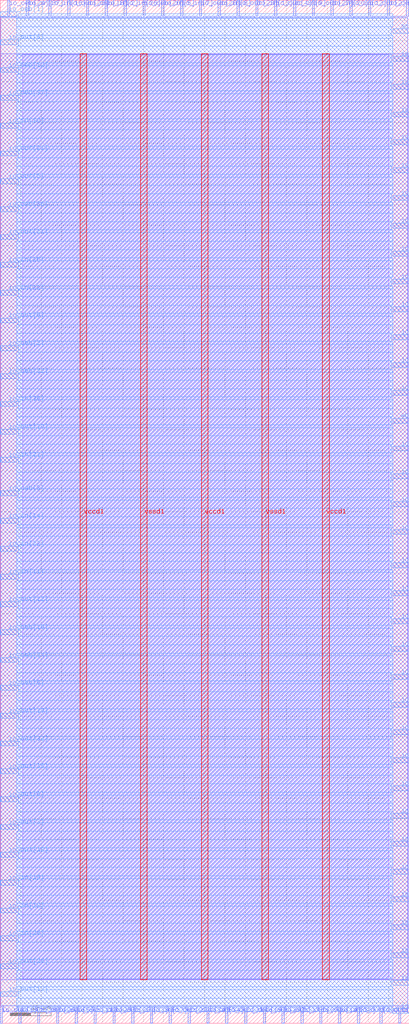
<source format=lef>
VERSION 5.7 ;
  NOWIREEXTENSIONATPIN ON ;
  DIVIDERCHAR "/" ;
  BUSBITCHARS "[]" ;
MACRO wrapped_ppm_decoder
  CLASS BLOCK ;
  FOREIGN wrapped_ppm_decoder ;
  ORIGIN 0.000 0.000 ;
  SIZE 100.000 BY 250.000 ;
  PIN active
    DIRECTION INPUT ;
    USE SIGNAL ;
    PORT
      LAYER met3 ;
        RECT 96.000 241.820 100.000 243.020 ;
    END
  END active
  PIN io_in[0]
    DIRECTION INPUT ;
    USE SIGNAL ;
    PORT
      LAYER met3 ;
        RECT 96.000 97.660 100.000 98.860 ;
    END
  END io_in[0]
  PIN io_in[10]
    DIRECTION INPUT ;
    USE SIGNAL ;
    PORT
      LAYER met3 ;
        RECT 0.000 218.700 4.000 219.900 ;
    END
  END io_in[10]
  PIN io_in[11]
    DIRECTION INPUT ;
    USE SIGNAL ;
    PORT
      LAYER met3 ;
        RECT 0.000 108.540 4.000 109.740 ;
    END
  END io_in[11]
  PIN io_in[12]
    DIRECTION INPUT ;
    USE SIGNAL ;
    PORT
      LAYER met2 ;
        RECT 85.510 246.000 86.070 250.000 ;
    END
  END io_in[12]
  PIN io_in[13]
    DIRECTION INPUT ;
    USE SIGNAL ;
    PORT
      LAYER met2 ;
        RECT 62.510 246.000 63.070 250.000 ;
    END
  END io_in[13]
  PIN io_in[14]
    DIRECTION INPUT ;
    USE SIGNAL ;
    PORT
      LAYER met3 ;
        RECT 0.000 122.140 4.000 123.340 ;
    END
  END io_in[14]
  PIN io_in[15]
    DIRECTION INPUT ;
    USE SIGNAL ;
    PORT
      LAYER met3 ;
        RECT 0.000 33.740 4.000 34.940 ;
    END
  END io_in[15]
  PIN io_in[16]
    DIRECTION INPUT ;
    USE SIGNAL ;
    PORT
      LAYER met2 ;
        RECT 11.910 246.000 12.470 250.000 ;
    END
  END io_in[16]
  PIN io_in[17]
    DIRECTION INPUT ;
    USE SIGNAL ;
    PORT
      LAYER met2 ;
        RECT 36.750 0.000 37.310 4.000 ;
    END
  END io_in[17]
  PIN io_in[18]
    DIRECTION INPUT ;
    USE SIGNAL ;
    PORT
      LAYER met3 ;
        RECT 0.000 26.940 4.000 28.140 ;
    END
  END io_in[18]
  PIN io_in[19]
    DIRECTION INPUT ;
    USE SIGNAL ;
    PORT
      LAYER met3 ;
        RECT 96.000 228.220 100.000 229.420 ;
    END
  END io_in[19]
  PIN io_in[1]
    DIRECTION INPUT ;
    USE SIGNAL ;
    PORT
      LAYER met3 ;
        RECT 96.000 56.860 100.000 58.060 ;
    END
  END io_in[1]
  PIN io_in[20]
    DIRECTION INPUT ;
    USE SIGNAL ;
    PORT
      LAYER met2 ;
        RECT 80.910 246.000 81.470 250.000 ;
    END
  END io_in[20]
  PIN io_in[21]
    DIRECTION INPUT ;
    USE SIGNAL ;
    PORT
      LAYER met3 ;
        RECT 0.000 137.100 4.000 138.300 ;
    END
  END io_in[21]
  PIN io_in[22]
    DIRECTION INPUT ;
    USE SIGNAL ;
    PORT
      LAYER met3 ;
        RECT 0.000 177.900 4.000 179.100 ;
    END
  END io_in[22]
  PIN io_in[23]
    DIRECTION INPUT ;
    USE SIGNAL ;
    PORT
      LAYER met3 ;
        RECT 96.000 139.820 100.000 141.020 ;
    END
  END io_in[23]
  PIN io_in[24]
    DIRECTION INPUT ;
    USE SIGNAL ;
    PORT
      LAYER met3 ;
        RECT 0.000 20.140 4.000 21.340 ;
    END
  END io_in[24]
  PIN io_in[25]
    DIRECTION INPUT ;
    USE SIGNAL ;
    PORT
      LAYER met3 ;
        RECT 0.000 184.700 4.000 185.900 ;
    END
  END io_in[25]
  PIN io_in[26]
    DIRECTION INPUT ;
    USE SIGNAL ;
    PORT
      LAYER met2 ;
        RECT 30.310 246.000 30.870 250.000 ;
    END
  END io_in[26]
  PIN io_in[27]
    DIRECTION INPUT ;
    USE SIGNAL ;
    PORT
      LAYER met3 ;
        RECT 96.000 235.020 100.000 236.220 ;
    END
  END io_in[27]
  PIN io_in[28]
    DIRECTION INPUT ;
    USE SIGNAL ;
    PORT
      LAYER met3 ;
        RECT 96.000 43.260 100.000 44.460 ;
    END
  END io_in[28]
  PIN io_in[29]
    DIRECTION INPUT ;
    USE SIGNAL ;
    PORT
      LAYER met3 ;
        RECT 96.000 111.260 100.000 112.460 ;
    END
  END io_in[29]
  PIN io_in[2]
    DIRECTION INPUT ;
    USE SIGNAL ;
    PORT
      LAYER met2 ;
        RECT 25.710 246.000 26.270 250.000 ;
    END
  END io_in[2]
  PIN io_in[30]
    DIRECTION INPUT ;
    USE SIGNAL ;
    PORT
      LAYER met2 ;
        RECT 82.750 0.000 83.310 4.000 ;
    END
  END io_in[30]
  PIN io_in[31]
    DIRECTION INPUT ;
    USE SIGNAL ;
    PORT
      LAYER met3 ;
        RECT 96.000 153.420 100.000 154.620 ;
    END
  END io_in[31]
  PIN io_in[32]
    DIRECTION INPUT ;
    USE SIGNAL ;
    PORT
      LAYER met3 ;
        RECT 0.000 115.340 4.000 116.540 ;
    END
  END io_in[32]
  PIN io_in[33]
    DIRECTION INPUT ;
    USE SIGNAL ;
    PORT
      LAYER met2 ;
        RECT 32.150 0.000 32.710 4.000 ;
    END
  END io_in[33]
  PIN io_in[34]
    DIRECTION INPUT ;
    USE SIGNAL ;
    PORT
      LAYER met2 ;
        RECT 50.550 0.000 51.110 4.000 ;
    END
  END io_in[34]
  PIN io_in[35]
    DIRECTION INPUT ;
    USE SIGNAL ;
    PORT
      LAYER met3 ;
        RECT 96.000 70.460 100.000 71.660 ;
    END
  END io_in[35]
  PIN io_in[36]
    DIRECTION INPUT ;
    USE SIGNAL ;
    PORT
      LAYER met3 ;
        RECT 0.000 150.700 4.000 151.900 ;
    END
  END io_in[36]
  PIN io_in[37]
    DIRECTION INPUT ;
    USE SIGNAL ;
    PORT
      LAYER met2 ;
        RECT 6.390 246.000 6.950 250.000 ;
    END
  END io_in[37]
  PIN io_in[3]
    DIRECTION INPUT ;
    USE SIGNAL ;
    PORT
      LAYER met3 ;
        RECT 96.000 119.420 100.000 120.620 ;
    END
  END io_in[3]
  PIN io_in[4]
    DIRECTION INPUT ;
    USE SIGNAL ;
    PORT
      LAYER met3 ;
        RECT 96.000 160.220 100.000 161.420 ;
    END
  END io_in[4]
  PIN io_in[5]
    DIRECTION INPUT ;
    USE SIGNAL ;
    PORT
      LAYER met2 ;
        RECT 39.510 246.000 40.070 250.000 ;
    END
  END io_in[5]
  PIN io_in[6]
    DIRECTION INPUT ;
    USE SIGNAL ;
    PORT
      LAYER met3 ;
        RECT 96.000 133.020 100.000 134.220 ;
    END
  END io_in[6]
  PIN io_in[7]
    DIRECTION INPUT ;
    USE SIGNAL ;
    PORT
      LAYER met2 ;
        RECT 44.110 246.000 44.670 250.000 ;
    END
  END io_in[7]
  PIN io_in[8]
    DIRECTION INPUT ;
    USE SIGNAL ;
    PORT
      LAYER met2 ;
        RECT 53.310 246.000 53.870 250.000 ;
    END
  END io_in[8]
  PIN io_in[9]
    DIRECTION INPUT ;
    USE SIGNAL ;
    PORT
      LAYER met2 ;
        RECT 71.710 246.000 72.270 250.000 ;
    END
  END io_in[9]
  PIN io_oeb[0]
    DIRECTION OUTPUT TRISTATE ;
    USE SIGNAL ;
    PORT
      LAYER met2 ;
        RECT 99.310 246.000 99.870 250.000 ;
    END
  END io_oeb[0]
  PIN io_oeb[10]
    DIRECTION OUTPUT TRISTATE ;
    USE SIGNAL ;
    PORT
      LAYER met3 ;
        RECT 96.000 214.620 100.000 215.820 ;
    END
  END io_oeb[10]
  PIN io_oeb[11]
    DIRECTION OUTPUT TRISTATE ;
    USE SIGNAL ;
    PORT
      LAYER met2 ;
        RECT 18.350 0.000 18.910 4.000 ;
    END
  END io_oeb[11]
  PIN io_oeb[12]
    DIRECTION OUTPUT TRISTATE ;
    USE SIGNAL ;
    PORT
      LAYER met3 ;
        RECT 0.000 232.300 4.000 233.500 ;
    END
  END io_oeb[12]
  PIN io_oeb[13]
    DIRECTION OUTPUT TRISTATE ;
    USE SIGNAL ;
    PORT
      LAYER met2 ;
        RECT 59.750 0.000 60.310 4.000 ;
    END
  END io_oeb[13]
  PIN io_oeb[14]
    DIRECTION OUTPUT TRISTATE ;
    USE SIGNAL ;
    PORT
      LAYER met2 ;
        RECT 78.150 0.000 78.710 4.000 ;
    END
  END io_oeb[14]
  PIN io_oeb[15]
    DIRECTION OUTPUT TRISTATE ;
    USE SIGNAL ;
    PORT
      LAYER met3 ;
        RECT 96.000 221.420 100.000 222.620 ;
    END
  END io_oeb[15]
  PIN io_oeb[16]
    DIRECTION OUTPUT TRISTATE ;
    USE SIGNAL ;
    PORT
      LAYER met3 ;
        RECT 96.000 29.660 100.000 30.860 ;
    END
  END io_oeb[16]
  PIN io_oeb[17]
    DIRECTION OUTPUT TRISTATE ;
    USE SIGNAL ;
    PORT
      LAYER met3 ;
        RECT 96.000 180.620 100.000 181.820 ;
    END
  END io_oeb[17]
  PIN io_oeb[18]
    DIRECTION OUTPUT TRISTATE ;
    USE SIGNAL ;
    PORT
      LAYER met2 ;
        RECT 21.110 246.000 21.670 250.000 ;
    END
  END io_oeb[18]
  PIN io_oeb[19]
    DIRECTION OUTPUT TRISTATE ;
    USE SIGNAL ;
    PORT
      LAYER met3 ;
        RECT 0.000 94.940 4.000 96.140 ;
    END
  END io_oeb[19]
  PIN io_oeb[1]
    DIRECTION OUTPUT TRISTATE ;
    USE SIGNAL ;
    PORT
      LAYER met3 ;
        RECT 0.000 245.900 4.000 247.100 ;
    END
  END io_oeb[1]
  PIN io_oeb[20]
    DIRECTION OUTPUT TRISTATE ;
    USE SIGNAL ;
    PORT
      LAYER met2 ;
        RECT 34.910 246.000 35.470 250.000 ;
    END
  END io_oeb[20]
  PIN io_oeb[21]
    DIRECTION OUTPUT TRISTATE ;
    USE SIGNAL ;
    PORT
      LAYER met3 ;
        RECT 96.000 9.260 100.000 10.460 ;
    END
  END io_oeb[21]
  PIN io_oeb[22]
    DIRECTION OUTPUT TRISTATE ;
    USE SIGNAL ;
    PORT
      LAYER met2 ;
        RECT 41.350 0.000 41.910 4.000 ;
    END
  END io_oeb[22]
  PIN io_oeb[23]
    DIRECTION OUTPUT TRISTATE ;
    USE SIGNAL ;
    PORT
      LAYER met3 ;
        RECT 96.000 104.460 100.000 105.660 ;
    END
  END io_oeb[23]
  PIN io_oeb[24]
    DIRECTION OUTPUT TRISTATE ;
    USE SIGNAL ;
    PORT
      LAYER met2 ;
        RECT 1.790 246.000 2.350 250.000 ;
    END
  END io_oeb[24]
  PIN io_oeb[25]
    DIRECTION OUTPUT TRISTATE ;
    USE SIGNAL ;
    PORT
      LAYER met3 ;
        RECT 96.000 187.420 100.000 188.620 ;
    END
  END io_oeb[25]
  PIN io_oeb[26]
    DIRECTION OUTPUT TRISTATE ;
    USE SIGNAL ;
    PORT
      LAYER met2 ;
        RECT 9.150 0.000 9.710 4.000 ;
    END
  END io_oeb[26]
  PIN io_oeb[27]
    DIRECTION OUTPUT TRISTATE ;
    USE SIGNAL ;
    PORT
      LAYER met3 ;
        RECT 96.000 36.460 100.000 37.660 ;
    END
  END io_oeb[27]
  PIN io_oeb[28]
    DIRECTION OUTPUT TRISTATE ;
    USE SIGNAL ;
    PORT
      LAYER met3 ;
        RECT 96.000 90.860 100.000 92.060 ;
    END
  END io_oeb[28]
  PIN io_oeb[29]
    DIRECTION OUTPUT TRISTATE ;
    USE SIGNAL ;
    PORT
      LAYER met2 ;
        RECT 94.710 246.000 95.270 250.000 ;
    END
  END io_oeb[29]
  PIN io_oeb[2]
    DIRECTION OUTPUT TRISTATE ;
    USE SIGNAL ;
    PORT
      LAYER met3 ;
        RECT 0.000 164.300 4.000 165.500 ;
    END
  END io_oeb[2]
  PIN io_oeb[30]
    DIRECTION OUTPUT TRISTATE ;
    USE SIGNAL ;
    PORT
      LAYER met3 ;
        RECT 96.000 16.060 100.000 17.260 ;
    END
  END io_oeb[30]
  PIN io_oeb[31]
    DIRECTION OUTPUT TRISTATE ;
    USE SIGNAL ;
    PORT
      LAYER met2 ;
        RECT 55.150 0.000 55.710 4.000 ;
    END
  END io_oeb[31]
  PIN io_oeb[32]
    DIRECTION OUTPUT TRISTATE ;
    USE SIGNAL ;
    PORT
      LAYER met3 ;
        RECT 0.000 157.500 4.000 158.700 ;
    END
  END io_oeb[32]
  PIN io_oeb[33]
    DIRECTION OUTPUT TRISTATE ;
    USE SIGNAL ;
    PORT
      LAYER met3 ;
        RECT 96.000 201.020 100.000 202.220 ;
    END
  END io_oeb[33]
  PIN io_oeb[34]
    DIRECTION OUTPUT TRISTATE ;
    USE SIGNAL ;
    PORT
      LAYER met3 ;
        RECT 0.000 88.140 4.000 89.340 ;
    END
  END io_oeb[34]
  PIN io_oeb[35]
    DIRECTION OUTPUT TRISTATE ;
    USE SIGNAL ;
    PORT
      LAYER met3 ;
        RECT 96.000 63.660 100.000 64.860 ;
    END
  END io_oeb[35]
  PIN io_oeb[36]
    DIRECTION OUTPUT TRISTATE ;
    USE SIGNAL ;
    PORT
      LAYER met3 ;
        RECT 0.000 198.300 4.000 199.500 ;
    END
  END io_oeb[36]
  PIN io_oeb[37]
    DIRECTION OUTPUT TRISTATE ;
    USE SIGNAL ;
    PORT
      LAYER met3 ;
        RECT 0.000 225.500 4.000 226.700 ;
    END
  END io_oeb[37]
  PIN io_oeb[3]
    DIRECTION OUTPUT TRISTATE ;
    USE SIGNAL ;
    PORT
      LAYER met3 ;
        RECT 0.000 128.940 4.000 130.140 ;
    END
  END io_oeb[3]
  PIN io_oeb[4]
    DIRECTION OUTPUT TRISTATE ;
    USE SIGNAL ;
    PORT
      LAYER met2 ;
        RECT 97.470 0.000 98.030 4.000 ;
    END
  END io_oeb[4]
  PIN io_oeb[5]
    DIRECTION OUTPUT TRISTATE ;
    USE SIGNAL ;
    PORT
      LAYER met2 ;
        RECT 13.750 0.000 14.310 4.000 ;
    END
  END io_oeb[5]
  PIN io_oeb[6]
    DIRECTION OUTPUT TRISTATE ;
    USE SIGNAL ;
    PORT
      LAYER met3 ;
        RECT 0.000 81.340 4.000 82.540 ;
    END
  END io_oeb[6]
  PIN io_oeb[7]
    DIRECTION OUTPUT TRISTATE ;
    USE SIGNAL ;
    PORT
      LAYER met3 ;
        RECT 96.000 50.060 100.000 51.260 ;
    END
  END io_oeb[7]
  PIN io_oeb[8]
    DIRECTION OUTPUT TRISTATE ;
    USE SIGNAL ;
    PORT
      LAYER met3 ;
        RECT 96.000 167.020 100.000 168.220 ;
    END
  END io_oeb[8]
  PIN io_oeb[9]
    DIRECTION OUTPUT TRISTATE ;
    USE SIGNAL ;
    PORT
      LAYER met3 ;
        RECT 96.000 126.220 100.000 127.420 ;
    END
  END io_oeb[9]
  PIN io_out[0]
    DIRECTION OUTPUT TRISTATE ;
    USE SIGNAL ;
    PORT
      LAYER met3 ;
        RECT 96.000 2.460 100.000 3.660 ;
    END
  END io_out[0]
  PIN io_out[10]
    DIRECTION OUTPUT TRISTATE ;
    USE SIGNAL ;
    PORT
      LAYER met3 ;
        RECT 0.000 143.900 4.000 145.100 ;
    END
  END io_out[10]
  PIN io_out[11]
    DIRECTION OUTPUT TRISTATE ;
    USE SIGNAL ;
    PORT
      LAYER met3 ;
        RECT 96.000 84.060 100.000 85.260 ;
    END
  END io_out[11]
  PIN io_out[12]
    DIRECTION OUTPUT TRISTATE ;
    USE SIGNAL ;
    PORT
      LAYER met3 ;
        RECT 0.000 101.740 4.000 102.940 ;
    END
  END io_out[12]
  PIN io_out[13]
    DIRECTION OUTPUT TRISTATE ;
    USE SIGNAL ;
    PORT
      LAYER met3 ;
        RECT 0.000 6.540 4.000 7.740 ;
    END
  END io_out[13]
  PIN io_out[14]
    DIRECTION OUTPUT TRISTATE ;
    USE SIGNAL ;
    PORT
      LAYER met3 ;
        RECT 96.000 194.220 100.000 195.420 ;
    END
  END io_out[14]
  PIN io_out[15]
    DIRECTION OUTPUT TRISTATE ;
    USE SIGNAL ;
    PORT
      LAYER met3 ;
        RECT 96.000 22.860 100.000 24.060 ;
    END
  END io_out[15]
  PIN io_out[16]
    DIRECTION OUTPUT TRISTATE ;
    USE SIGNAL ;
    PORT
      LAYER met3 ;
        RECT 96.000 207.820 100.000 209.020 ;
    END
  END io_out[16]
  PIN io_out[17]
    DIRECTION OUTPUT TRISTATE ;
    USE SIGNAL ;
    PORT
      LAYER met2 ;
        RECT 68.950 0.000 69.510 4.000 ;
    END
  END io_out[17]
  PIN io_out[18]
    DIRECTION OUTPUT TRISTATE ;
    USE SIGNAL ;
    PORT
      LAYER met3 ;
        RECT 0.000 40.540 4.000 41.740 ;
    END
  END io_out[18]
  PIN io_out[19]
    DIRECTION OUTPUT TRISTATE ;
    USE SIGNAL ;
    PORT
      LAYER met3 ;
        RECT 0.000 74.540 4.000 75.740 ;
    END
  END io_out[19]
  PIN io_out[1]
    DIRECTION OUTPUT TRISTATE ;
    USE SIGNAL ;
    PORT
      LAYER met2 ;
        RECT -0.050 0.000 0.510 4.000 ;
    END
  END io_out[1]
  PIN io_out[20]
    DIRECTION OUTPUT TRISTATE ;
    USE SIGNAL ;
    PORT
      LAYER met2 ;
        RECT 87.350 0.000 87.910 4.000 ;
    END
  END io_out[20]
  PIN io_out[21]
    DIRECTION OUTPUT TRISTATE ;
    USE SIGNAL ;
    PORT
      LAYER met3 ;
        RECT 0.000 211.900 4.000 213.100 ;
    END
  END io_out[21]
  PIN io_out[22]
    DIRECTION OUTPUT TRISTATE ;
    USE SIGNAL ;
    PORT
      LAYER met2 ;
        RECT 16.510 246.000 17.070 250.000 ;
    END
  END io_out[22]
  PIN io_out[23]
    DIRECTION OUTPUT TRISTATE ;
    USE SIGNAL ;
    PORT
      LAYER met2 ;
        RECT 57.910 246.000 58.470 250.000 ;
    END
  END io_out[23]
  PIN io_out[24]
    DIRECTION OUTPUT TRISTATE ;
    USE SIGNAL ;
    PORT
      LAYER met3 ;
        RECT 0.000 13.340 4.000 14.540 ;
    END
  END io_out[24]
  PIN io_out[25]
    DIRECTION OUTPUT TRISTATE ;
    USE SIGNAL ;
    PORT
      LAYER met2 ;
        RECT 22.950 0.000 23.510 4.000 ;
    END
  END io_out[25]
  PIN io_out[26]
    DIRECTION OUTPUT TRISTATE ;
    USE SIGNAL ;
    PORT
      LAYER met2 ;
        RECT 4.550 0.000 5.110 4.000 ;
    END
  END io_out[26]
  PIN io_out[27]
    DIRECTION OUTPUT TRISTATE ;
    USE SIGNAL ;
    PORT
      LAYER met2 ;
        RECT 76.310 246.000 76.870 250.000 ;
    END
  END io_out[27]
  PIN io_out[28]
    DIRECTION OUTPUT TRISTATE ;
    USE SIGNAL ;
    PORT
      LAYER met2 ;
        RECT 48.710 246.000 49.270 250.000 ;
    END
  END io_out[28]
  PIN io_out[29]
    DIRECTION OUTPUT TRISTATE ;
    USE SIGNAL ;
    PORT
      LAYER met2 ;
        RECT 64.350 0.000 64.910 4.000 ;
    END
  END io_out[29]
  PIN io_out[2]
    DIRECTION OUTPUT TRISTATE ;
    USE SIGNAL ;
    PORT
      LAYER met2 ;
        RECT 90.110 246.000 90.670 250.000 ;
    END
  END io_out[2]
  PIN io_out[30]
    DIRECTION OUTPUT TRISTATE ;
    USE SIGNAL ;
    PORT
      LAYER met3 ;
        RECT 96.000 77.260 100.000 78.460 ;
    END
  END io_out[30]
  PIN io_out[31]
    DIRECTION OUTPUT TRISTATE ;
    USE SIGNAL ;
    PORT
      LAYER met3 ;
        RECT 0.000 191.500 4.000 192.700 ;
    END
  END io_out[31]
  PIN io_out[32]
    DIRECTION OUTPUT TRISTATE ;
    USE SIGNAL ;
    PORT
      LAYER met3 ;
        RECT 0.000 67.740 4.000 68.940 ;
    END
  END io_out[32]
  PIN io_out[33]
    DIRECTION OUTPUT TRISTATE ;
    USE SIGNAL ;
    PORT
      LAYER met2 ;
        RECT 27.550 0.000 28.110 4.000 ;
    END
  END io_out[33]
  PIN io_out[34]
    DIRECTION OUTPUT TRISTATE ;
    USE SIGNAL ;
    PORT
      LAYER met2 ;
        RECT 45.950 0.000 46.510 4.000 ;
    END
  END io_out[34]
  PIN io_out[35]
    DIRECTION OUTPUT TRISTATE ;
    USE SIGNAL ;
    PORT
      LAYER met3 ;
        RECT 0.000 60.940 4.000 62.140 ;
    END
  END io_out[35]
  PIN io_out[36]
    DIRECTION OUTPUT TRISTATE ;
    USE SIGNAL ;
    PORT
      LAYER met3 ;
        RECT 96.000 173.820 100.000 175.020 ;
    END
  END io_out[36]
  PIN io_out[37]
    DIRECTION OUTPUT TRISTATE ;
    USE SIGNAL ;
    PORT
      LAYER met2 ;
        RECT 73.550 0.000 74.110 4.000 ;
    END
  END io_out[37]
  PIN io_out[3]
    DIRECTION OUTPUT TRISTATE ;
    USE SIGNAL ;
    PORT
      LAYER met3 ;
        RECT 0.000 47.340 4.000 48.540 ;
    END
  END io_out[3]
  PIN io_out[4]
    DIRECTION OUTPUT TRISTATE ;
    USE SIGNAL ;
    PORT
      LAYER met2 ;
        RECT 67.110 246.000 67.670 250.000 ;
    END
  END io_out[4]
  PIN io_out[5]
    DIRECTION OUTPUT TRISTATE ;
    USE SIGNAL ;
    PORT
      LAYER met3 ;
        RECT 0.000 205.100 4.000 206.300 ;
    END
  END io_out[5]
  PIN io_out[6]
    DIRECTION OUTPUT TRISTATE ;
    USE SIGNAL ;
    PORT
      LAYER met3 ;
        RECT 0.000 239.100 4.000 240.300 ;
    END
  END io_out[6]
  PIN io_out[7]
    DIRECTION OUTPUT TRISTATE ;
    USE SIGNAL ;
    PORT
      LAYER met2 ;
        RECT 92.870 0.000 93.430 4.000 ;
    END
  END io_out[7]
  PIN io_out[8]
    DIRECTION OUTPUT TRISTATE ;
    USE SIGNAL ;
    PORT
      LAYER met3 ;
        RECT 0.000 54.140 4.000 55.340 ;
    END
  END io_out[8]
  PIN io_out[9]
    DIRECTION OUTPUT TRISTATE ;
    USE SIGNAL ;
    PORT
      LAYER met3 ;
        RECT 0.000 171.100 4.000 172.300 ;
    END
  END io_out[9]
  PIN vccd1
    DIRECTION INPUT ;
    USE POWER ;
    PORT
      LAYER met4 ;
        RECT 19.545 10.640 21.145 236.880 ;
    END
    PORT
      LAYER met4 ;
        RECT 49.195 10.640 50.795 236.880 ;
    END
    PORT
      LAYER met4 ;
        RECT 78.850 10.640 80.450 236.880 ;
    END
  END vccd1
  PIN vssd1
    DIRECTION INPUT ;
    USE GROUND ;
    PORT
      LAYER met4 ;
        RECT 34.370 10.640 35.970 236.880 ;
    END
    PORT
      LAYER met4 ;
        RECT 64.025 10.640 65.625 236.880 ;
    END
  END vssd1
  PIN wb_clk_i
    DIRECTION INPUT ;
    USE SIGNAL ;
    PORT
      LAYER met3 ;
        RECT 96.000 146.620 100.000 147.820 ;
    END
  END wb_clk_i
  OBS
      LAYER li1 ;
        RECT 5.520 10.795 95.075 236.725 ;
      LAYER met1 ;
        RECT 0.070 10.640 99.750 236.880 ;
      LAYER met2 ;
        RECT 0.100 245.720 1.510 246.005 ;
        RECT 2.630 245.720 6.110 246.005 ;
        RECT 7.230 245.720 11.630 246.005 ;
        RECT 12.750 245.720 16.230 246.005 ;
        RECT 17.350 245.720 20.830 246.005 ;
        RECT 21.950 245.720 25.430 246.005 ;
        RECT 26.550 245.720 30.030 246.005 ;
        RECT 31.150 245.720 34.630 246.005 ;
        RECT 35.750 245.720 39.230 246.005 ;
        RECT 40.350 245.720 43.830 246.005 ;
        RECT 44.950 245.720 48.430 246.005 ;
        RECT 49.550 245.720 53.030 246.005 ;
        RECT 54.150 245.720 57.630 246.005 ;
        RECT 58.750 245.720 62.230 246.005 ;
        RECT 63.350 245.720 66.830 246.005 ;
        RECT 67.950 245.720 71.430 246.005 ;
        RECT 72.550 245.720 76.030 246.005 ;
        RECT 77.150 245.720 80.630 246.005 ;
        RECT 81.750 245.720 85.230 246.005 ;
        RECT 86.350 245.720 89.830 246.005 ;
        RECT 90.950 245.720 94.430 246.005 ;
        RECT 95.550 245.720 99.030 246.005 ;
        RECT 0.100 4.280 99.720 245.720 ;
        RECT 0.790 2.875 4.270 4.280 ;
        RECT 5.390 2.875 8.870 4.280 ;
        RECT 9.990 2.875 13.470 4.280 ;
        RECT 14.590 2.875 18.070 4.280 ;
        RECT 19.190 2.875 22.670 4.280 ;
        RECT 23.790 2.875 27.270 4.280 ;
        RECT 28.390 2.875 31.870 4.280 ;
        RECT 32.990 2.875 36.470 4.280 ;
        RECT 37.590 2.875 41.070 4.280 ;
        RECT 42.190 2.875 45.670 4.280 ;
        RECT 46.790 2.875 50.270 4.280 ;
        RECT 51.390 2.875 54.870 4.280 ;
        RECT 55.990 2.875 59.470 4.280 ;
        RECT 60.590 2.875 64.070 4.280 ;
        RECT 65.190 2.875 68.670 4.280 ;
        RECT 69.790 2.875 73.270 4.280 ;
        RECT 74.390 2.875 77.870 4.280 ;
        RECT 78.990 2.875 82.470 4.280 ;
        RECT 83.590 2.875 87.070 4.280 ;
        RECT 88.190 2.875 92.590 4.280 ;
        RECT 93.710 2.875 97.190 4.280 ;
        RECT 98.310 2.875 99.720 4.280 ;
      LAYER met3 ;
        RECT 4.400 245.500 96.000 246.650 ;
        RECT 4.000 243.420 96.000 245.500 ;
        RECT 4.000 241.420 95.600 243.420 ;
        RECT 4.000 240.700 96.000 241.420 ;
        RECT 4.400 238.700 96.000 240.700 ;
        RECT 4.000 236.620 96.000 238.700 ;
        RECT 4.000 234.620 95.600 236.620 ;
        RECT 4.000 233.900 96.000 234.620 ;
        RECT 4.400 231.900 96.000 233.900 ;
        RECT 4.000 229.820 96.000 231.900 ;
        RECT 4.000 227.820 95.600 229.820 ;
        RECT 4.000 227.100 96.000 227.820 ;
        RECT 4.400 225.100 96.000 227.100 ;
        RECT 4.000 223.020 96.000 225.100 ;
        RECT 4.000 221.020 95.600 223.020 ;
        RECT 4.000 220.300 96.000 221.020 ;
        RECT 4.400 218.300 96.000 220.300 ;
        RECT 4.000 216.220 96.000 218.300 ;
        RECT 4.000 214.220 95.600 216.220 ;
        RECT 4.000 213.500 96.000 214.220 ;
        RECT 4.400 211.500 96.000 213.500 ;
        RECT 4.000 209.420 96.000 211.500 ;
        RECT 4.000 207.420 95.600 209.420 ;
        RECT 4.000 206.700 96.000 207.420 ;
        RECT 4.400 204.700 96.000 206.700 ;
        RECT 4.000 202.620 96.000 204.700 ;
        RECT 4.000 200.620 95.600 202.620 ;
        RECT 4.000 199.900 96.000 200.620 ;
        RECT 4.400 197.900 96.000 199.900 ;
        RECT 4.000 195.820 96.000 197.900 ;
        RECT 4.000 193.820 95.600 195.820 ;
        RECT 4.000 193.100 96.000 193.820 ;
        RECT 4.400 191.100 96.000 193.100 ;
        RECT 4.000 189.020 96.000 191.100 ;
        RECT 4.000 187.020 95.600 189.020 ;
        RECT 4.000 186.300 96.000 187.020 ;
        RECT 4.400 184.300 96.000 186.300 ;
        RECT 4.000 182.220 96.000 184.300 ;
        RECT 4.000 180.220 95.600 182.220 ;
        RECT 4.000 179.500 96.000 180.220 ;
        RECT 4.400 177.500 96.000 179.500 ;
        RECT 4.000 175.420 96.000 177.500 ;
        RECT 4.000 173.420 95.600 175.420 ;
        RECT 4.000 172.700 96.000 173.420 ;
        RECT 4.400 170.700 96.000 172.700 ;
        RECT 4.000 168.620 96.000 170.700 ;
        RECT 4.000 166.620 95.600 168.620 ;
        RECT 4.000 165.900 96.000 166.620 ;
        RECT 4.400 163.900 96.000 165.900 ;
        RECT 4.000 161.820 96.000 163.900 ;
        RECT 4.000 159.820 95.600 161.820 ;
        RECT 4.000 159.100 96.000 159.820 ;
        RECT 4.400 157.100 96.000 159.100 ;
        RECT 4.000 155.020 96.000 157.100 ;
        RECT 4.000 153.020 95.600 155.020 ;
        RECT 4.000 152.300 96.000 153.020 ;
        RECT 4.400 150.300 96.000 152.300 ;
        RECT 4.000 148.220 96.000 150.300 ;
        RECT 4.000 146.220 95.600 148.220 ;
        RECT 4.000 145.500 96.000 146.220 ;
        RECT 4.400 143.500 96.000 145.500 ;
        RECT 4.000 141.420 96.000 143.500 ;
        RECT 4.000 139.420 95.600 141.420 ;
        RECT 4.000 138.700 96.000 139.420 ;
        RECT 4.400 136.700 96.000 138.700 ;
        RECT 4.000 134.620 96.000 136.700 ;
        RECT 4.000 132.620 95.600 134.620 ;
        RECT 4.000 130.540 96.000 132.620 ;
        RECT 4.400 128.540 96.000 130.540 ;
        RECT 4.000 127.820 96.000 128.540 ;
        RECT 4.000 125.820 95.600 127.820 ;
        RECT 4.000 123.740 96.000 125.820 ;
        RECT 4.400 121.740 96.000 123.740 ;
        RECT 4.000 121.020 96.000 121.740 ;
        RECT 4.000 119.020 95.600 121.020 ;
        RECT 4.000 116.940 96.000 119.020 ;
        RECT 4.400 114.940 96.000 116.940 ;
        RECT 4.000 112.860 96.000 114.940 ;
        RECT 4.000 110.860 95.600 112.860 ;
        RECT 4.000 110.140 96.000 110.860 ;
        RECT 4.400 108.140 96.000 110.140 ;
        RECT 4.000 106.060 96.000 108.140 ;
        RECT 4.000 104.060 95.600 106.060 ;
        RECT 4.000 103.340 96.000 104.060 ;
        RECT 4.400 101.340 96.000 103.340 ;
        RECT 4.000 99.260 96.000 101.340 ;
        RECT 4.000 97.260 95.600 99.260 ;
        RECT 4.000 96.540 96.000 97.260 ;
        RECT 4.400 94.540 96.000 96.540 ;
        RECT 4.000 92.460 96.000 94.540 ;
        RECT 4.000 90.460 95.600 92.460 ;
        RECT 4.000 89.740 96.000 90.460 ;
        RECT 4.400 87.740 96.000 89.740 ;
        RECT 4.000 85.660 96.000 87.740 ;
        RECT 4.000 83.660 95.600 85.660 ;
        RECT 4.000 82.940 96.000 83.660 ;
        RECT 4.400 80.940 96.000 82.940 ;
        RECT 4.000 78.860 96.000 80.940 ;
        RECT 4.000 76.860 95.600 78.860 ;
        RECT 4.000 76.140 96.000 76.860 ;
        RECT 4.400 74.140 96.000 76.140 ;
        RECT 4.000 72.060 96.000 74.140 ;
        RECT 4.000 70.060 95.600 72.060 ;
        RECT 4.000 69.340 96.000 70.060 ;
        RECT 4.400 67.340 96.000 69.340 ;
        RECT 4.000 65.260 96.000 67.340 ;
        RECT 4.000 63.260 95.600 65.260 ;
        RECT 4.000 62.540 96.000 63.260 ;
        RECT 4.400 60.540 96.000 62.540 ;
        RECT 4.000 58.460 96.000 60.540 ;
        RECT 4.000 56.460 95.600 58.460 ;
        RECT 4.000 55.740 96.000 56.460 ;
        RECT 4.400 53.740 96.000 55.740 ;
        RECT 4.000 51.660 96.000 53.740 ;
        RECT 4.000 49.660 95.600 51.660 ;
        RECT 4.000 48.940 96.000 49.660 ;
        RECT 4.400 46.940 96.000 48.940 ;
        RECT 4.000 44.860 96.000 46.940 ;
        RECT 4.000 42.860 95.600 44.860 ;
        RECT 4.000 42.140 96.000 42.860 ;
        RECT 4.400 40.140 96.000 42.140 ;
        RECT 4.000 38.060 96.000 40.140 ;
        RECT 4.000 36.060 95.600 38.060 ;
        RECT 4.000 35.340 96.000 36.060 ;
        RECT 4.400 33.340 96.000 35.340 ;
        RECT 4.000 31.260 96.000 33.340 ;
        RECT 4.000 29.260 95.600 31.260 ;
        RECT 4.000 28.540 96.000 29.260 ;
        RECT 4.400 26.540 96.000 28.540 ;
        RECT 4.000 24.460 96.000 26.540 ;
        RECT 4.000 22.460 95.600 24.460 ;
        RECT 4.000 21.740 96.000 22.460 ;
        RECT 4.400 19.740 96.000 21.740 ;
        RECT 4.000 17.660 96.000 19.740 ;
        RECT 4.000 15.660 95.600 17.660 ;
        RECT 4.000 14.940 96.000 15.660 ;
        RECT 4.400 12.940 96.000 14.940 ;
        RECT 4.000 10.860 96.000 12.940 ;
        RECT 4.000 8.860 95.600 10.860 ;
        RECT 4.000 8.140 96.000 8.860 ;
        RECT 4.400 6.140 96.000 8.140 ;
        RECT 4.000 4.060 96.000 6.140 ;
        RECT 4.000 2.895 95.600 4.060 ;
  END
END wrapped_ppm_decoder
END LIBRARY


</source>
